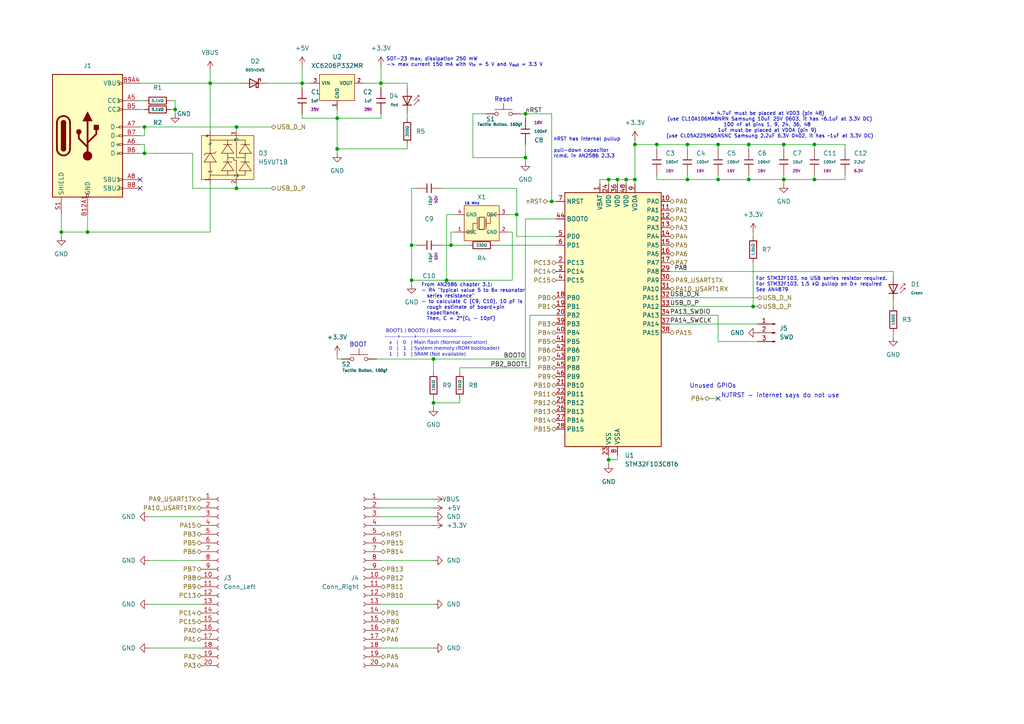
<source format=kicad_sch>
(kicad_sch
	(version 20250114)
	(generator "eeschema")
	(generator_version "9.0")
	(uuid "bca8bde7-1b71-423e-908f-8c2dd8a84df5")
	(paper "A4")
	(title_block
		(title "Pico STM32")
		(date "2025-09-05")
		(rev "1")
		(comment 1 "Copyright (c) 2025 Matthias Blankertz")
		(comment 2 "CC BY-SA 4.0")
	)
	
	(text "NJTRST - internet says do not use"
		(exclude_from_sim no)
		(at 226.314 114.808 0)
		(effects
			(font
				(size 1.27 1.27)
			)
		)
		(uuid "0de98a85-2cf7-4432-8650-a2f6ff1bb2bd")
	)
	(text "From AN2586 chapter 3.1:\n- R4 \"typical value 5 to 6x resonator\n  series resistance\"\n- to calculate C (C9, C10), 10 pF is\n  rough estimate of board+pin\n  capacitance.\n  Then, C = 2*(C_{L} - 10pF)"
		(exclude_from_sim no)
		(at 122.174 87.63 0)
		(effects
			(font
				(size 1.016 1.016)
			)
			(justify left)
			(href "https://www.st.com/resource/en/application_note/an2586-getting-started-with-stm32f10xxx-hardware-development-stmicroelectronics.pdf")
		)
		(uuid "176df50a-2bff-4e2c-ab47-bc8295068f50")
	)
	(text "nRST has internal pullup\n\npull-down capacitor\nrcmd. in AN2586 2.3.3"
		(exclude_from_sim no)
		(at 160.528 42.926 0)
		(effects
			(font
				(size 1.016 1.016)
			)
			(justify left)
		)
		(uuid "2be98501-37df-417a-ad86-6f0695c79dfa")
	)
	(text "Unused GPIOs"
		(exclude_from_sim no)
		(at 206.756 112.014 0)
		(effects
			(font
				(size 1.27 1.27)
			)
		)
		(uuid "51c5eb60-337e-43b4-95ae-026a33312373")
	)
	(text "SOT-23 max. dissipation 250 mW\n-> max current 150 mA with V_{in} = 5 V and V_{out} = 3.3 V"
		(exclude_from_sim no)
		(at 112.014 18.034 0)
		(effects
			(font
				(size 1.016 1.016)
			)
			(justify left)
		)
		(uuid "64608f3a-8257-4756-9539-456d0f847629")
	)
	(text "For STM32F103, no USB series resistor required.\nFor STM32F103, 1.5 kΩ pullop on D+ required\nSee AN4879"
		(exclude_from_sim no)
		(at 219.202 82.55 0)
		(effects
			(font
				(size 1.016 1.016)
			)
			(justify left)
			(href "https://www.st.com/resource/en/application_note/an4879-introduction-to-usb-hardware-and-pcb-guidelines-using-stm32-mcus-stmicroelectronics.pdf")
		)
		(uuid "923a1de2-3643-4080-9fb3-be3725fdf647")
	)
	(text "Reset"
		(exclude_from_sim no)
		(at 146.05 28.956 0)
		(effects
			(font
				(size 1.27 1.27)
			)
		)
		(uuid "9a0703c5-db31-4511-9301-5a1903bf4966")
	)
	(text " BOOT1 | BOOT0 | Boot mode\n-------+-------+-------------------------------\n   x   |   0   | Main flash (Normal operation) \n   0   |   1   | System memory (ROM bootloader)\n   1   |   1   | SRAM (Not available)    "
		(exclude_from_sim no)
		(at 111.506 99.822 0)
		(effects
			(font
				(face "Iosevka Fixed")
				(size 1.016 1.016)
			)
			(justify left)
		)
		(uuid "b229ff29-7b4e-4f5e-9307-6c0eb6b58f75")
	)
	(text "> 4.7uF must be placed at VDD3 (pin 48)\n  (use CL10A106MA8NRN Samsung 10uF 25V 0603, it has ~6.1uF at 3.3V DC)\n100 nF at pins 1, 9, 24, 36, 48\n1uF must be placed at VDDA (pin 9)\n  (use CL05A225MQ5NSNC Samsung 2.2uF 6.3V 0402, it has ~1uF at 3.3V DC)"
		(exclude_from_sim no)
		(at 222.504 36.322 0)
		(effects
			(font
				(size 1.016 1.016)
			)
		)
		(uuid "c7e8d18a-83ac-42b2-b506-7ba9b37b65f6")
	)
	(text "16 MHz"
		(exclude_from_sim no)
		(at 136.906 59.182 0)
		(effects
			(font
				(size 0.762 0.762)
			)
		)
		(uuid "d70d4257-6159-4ffa-9b12-2196703641cd")
	)
	(text "BOOT"
		(exclude_from_sim no)
		(at 103.886 100.076 0)
		(effects
			(font
				(size 1.27 1.27)
			)
		)
		(uuid "ff9fd2b2-9856-4537-9308-a463976340e4")
	)
	(junction
		(at 217.17 41.91)
		(diameter 0)
		(color 0 0 0 0)
		(uuid "065d8a08-0cc0-4d88-93a7-88b3b725b494")
	)
	(junction
		(at 50.8 31.75)
		(diameter 0)
		(color 0 0 0 0)
		(uuid "103c7078-b091-486c-9961-270d20c5fa4e")
	)
	(junction
		(at 119.38 71.12)
		(diameter 0)
		(color 0 0 0 0)
		(uuid "15413b07-760e-4612-bdb9-0c7dc4b805d0")
	)
	(junction
		(at 227.33 41.91)
		(diameter 0)
		(color 0 0 0 0)
		(uuid "1601b92f-71d9-4d86-992f-e61561130e14")
	)
	(junction
		(at 236.22 52.07)
		(diameter 0)
		(color 0 0 0 0)
		(uuid "19a2cf5b-9725-4a3c-8b9f-e3c7c652bc31")
	)
	(junction
		(at 119.38 81.28)
		(diameter 0)
		(color 0 0 0 0)
		(uuid "22183a79-352a-418e-9410-a081164910ab")
	)
	(junction
		(at 217.17 52.07)
		(diameter 0)
		(color 0 0 0 0)
		(uuid "2256fbd7-88da-4f86-8f52-e23ea7cebfa7")
	)
	(junction
		(at 176.53 133.35)
		(diameter 0)
		(color 0 0 0 0)
		(uuid "22ab1ee4-2596-4380-9289-7f99fefe9254")
	)
	(junction
		(at 97.79 43.18)
		(diameter 0)
		(color 0 0 0 0)
		(uuid "278f3007-587d-4cf7-9c18-84747c7ff29a")
	)
	(junction
		(at 152.4 33.02)
		(diameter 0)
		(color 0 0 0 0)
		(uuid "3168e21e-0f18-4020-9e1f-501e6a239c70")
	)
	(junction
		(at 130.81 71.12)
		(diameter 0)
		(color 0 0 0 0)
		(uuid "31dc9896-b36e-4eb4-8221-3d36e75247b5")
	)
	(junction
		(at 184.15 41.91)
		(diameter 0)
		(color 0 0 0 0)
		(uuid "33557d0c-5f70-4546-b478-094749793f07")
	)
	(junction
		(at 60.96 24.13)
		(diameter 0)
		(color 0 0 0 0)
		(uuid "39379791-c3bd-42da-9fb4-e87dd35b049b")
	)
	(junction
		(at 149.86 62.23)
		(diameter 0)
		(color 0 0 0 0)
		(uuid "3bd1067e-9fd9-4086-965a-3281a748804c")
	)
	(junction
		(at 68.58 54.61)
		(diameter 0)
		(color 0 0 0 0)
		(uuid "40f9cd4a-c934-47eb-b2ea-f151930eb46c")
	)
	(junction
		(at 199.39 41.91)
		(diameter 0)
		(color 0 0 0 0)
		(uuid "421724ed-ba9d-40d5-ba96-d9a8c55a9714")
	)
	(junction
		(at 110.49 24.13)
		(diameter 0)
		(color 0 0 0 0)
		(uuid "42ae7fa7-975c-4b9d-b61d-3b1757a0069f")
	)
	(junction
		(at 125.73 116.84)
		(diameter 0)
		(color 0 0 0 0)
		(uuid "4d000e9b-0676-4130-8f84-9d575bbaad57")
	)
	(junction
		(at 152.4 45.72)
		(diameter 0)
		(color 0 0 0 0)
		(uuid "4da4a30e-5776-45d6-b43b-2071cb6aaa48")
	)
	(junction
		(at 97.79 34.29)
		(diameter 0)
		(color 0 0 0 0)
		(uuid "620764c7-ce98-46b8-b03c-0dbce2e45af6")
	)
	(junction
		(at 181.61 52.07)
		(diameter 0)
		(color 0 0 0 0)
		(uuid "66aac186-b291-4fe5-abe7-3a005b31ce99")
	)
	(junction
		(at 208.28 41.91)
		(diameter 0)
		(color 0 0 0 0)
		(uuid "6725ce9c-ae8a-47d4-9e38-e905d0b3fd56")
	)
	(junction
		(at 87.63 24.13)
		(diameter 0)
		(color 0 0 0 0)
		(uuid "6e235f37-832b-40f5-a0bf-3837196270f2")
	)
	(junction
		(at 208.28 52.07)
		(diameter 0)
		(color 0 0 0 0)
		(uuid "77408af2-dee7-4b01-a160-e8b02254cd01")
	)
	(junction
		(at 199.39 52.07)
		(diameter 0)
		(color 0 0 0 0)
		(uuid "7970cdca-f962-4fae-a2b9-79985e96f473")
	)
	(junction
		(at 41.91 44.45)
		(diameter 0)
		(color 0 0 0 0)
		(uuid "8d4d15e1-4622-4cfe-b72c-4bf1da183c0d")
	)
	(junction
		(at 179.07 52.07)
		(diameter 0)
		(color 0 0 0 0)
		(uuid "8ef48f3c-8372-4c96-90cc-688723088ee1")
	)
	(junction
		(at 176.53 52.07)
		(diameter 0)
		(color 0 0 0 0)
		(uuid "a777e426-f8d4-4d8e-a435-9f441d9ef241")
	)
	(junction
		(at 41.91 36.83)
		(diameter 0)
		(color 0 0 0 0)
		(uuid "b5ab0001-2136-4ab1-bc5c-218a0e327219")
	)
	(junction
		(at 129.54 81.28)
		(diameter 0)
		(color 0 0 0 0)
		(uuid "b9cee908-3d90-4d61-9acc-17cc3c752272")
	)
	(junction
		(at 190.5 41.91)
		(diameter 0)
		(color 0 0 0 0)
		(uuid "ba64f704-a023-4e84-b7c2-d42a5b748be0")
	)
	(junction
		(at 25.4 67.31)
		(diameter 0)
		(color 0 0 0 0)
		(uuid "bc3242d1-e7aa-4dd2-a8ea-7dc68ca5402d")
	)
	(junction
		(at 227.33 52.07)
		(diameter 0)
		(color 0 0 0 0)
		(uuid "c4958850-2520-437e-aee3-6ff0c9affc38")
	)
	(junction
		(at 184.15 52.07)
		(diameter 0)
		(color 0 0 0 0)
		(uuid "c899ae2f-4d41-4937-83b2-60035a1b6714")
	)
	(junction
		(at 160.02 58.42)
		(diameter 0)
		(color 0 0 0 0)
		(uuid "ce09b2cc-16c1-40c5-909f-6d31a698132c")
	)
	(junction
		(at 218.44 88.9)
		(diameter 0)
		(color 0 0 0 0)
		(uuid "d030c756-8d9e-47a4-b01d-db1461876246")
	)
	(junction
		(at 125.73 104.14)
		(diameter 0)
		(color 0 0 0 0)
		(uuid "dd713638-8330-4d4e-9166-53531f6c61f5")
	)
	(junction
		(at 17.78 67.31)
		(diameter 0)
		(color 0 0 0 0)
		(uuid "e7fa8d3e-ffba-42d6-be8b-be07b35b23f8")
	)
	(junction
		(at 236.22 41.91)
		(diameter 0)
		(color 0 0 0 0)
		(uuid "f3a73adf-cd0b-42b8-83a3-441222f4b673")
	)
	(junction
		(at 68.58 36.83)
		(diameter 0)
		(color 0 0 0 0)
		(uuid "ffcf2942-a867-4fb0-9195-2750b27e5bee")
	)
	(no_connect
		(at 208.28 115.57)
		(uuid "2fd8e26c-4b23-4d9a-af38-2827c630dbcc")
	)
	(no_connect
		(at 40.64 54.61)
		(uuid "61e97ce0-595b-4816-b242-ef03e6c1d88d")
	)
	(no_connect
		(at 40.64 52.07)
		(uuid "e26ebe01-87ae-47ba-b97c-8ecb0eacd3b8")
	)
	(wire
		(pts
			(xy 236.22 41.91) (xy 245.11 41.91)
		)
		(stroke
			(width 0)
			(type default)
		)
		(uuid "0097b037-4430-45fb-946c-85f1fccc3d5c")
	)
	(wire
		(pts
			(xy 55.88 44.45) (xy 55.88 54.61)
		)
		(stroke
			(width 0)
			(type default)
		)
		(uuid "025f99fc-5cfb-481d-af4b-03cd703bb5eb")
	)
	(wire
		(pts
			(xy 227.33 52.07) (xy 227.33 53.34)
		)
		(stroke
			(width 0)
			(type default)
		)
		(uuid "0335a1b6-4505-4c65-aec4-b4419a7c90df")
	)
	(wire
		(pts
			(xy 190.5 52.07) (xy 199.39 52.07)
		)
		(stroke
			(width 0)
			(type default)
		)
		(uuid "03b490e4-dd04-4143-a932-6702d34fa076")
	)
	(wire
		(pts
			(xy 227.33 52.07) (xy 227.33 50.8)
		)
		(stroke
			(width 0)
			(type default)
		)
		(uuid "04d76157-c9e0-4f02-8ce2-0e6d5c6f2f8f")
	)
	(wire
		(pts
			(xy 105.41 24.13) (xy 110.49 24.13)
		)
		(stroke
			(width 0)
			(type default)
		)
		(uuid "0515086f-5e22-49a5-8cf4-bf8e1000405c")
	)
	(wire
		(pts
			(xy 217.17 41.91) (xy 227.33 41.91)
		)
		(stroke
			(width 0)
			(type default)
		)
		(uuid "054c11d5-3d3c-4a03-aecc-6f4cf8aaead7")
	)
	(wire
		(pts
			(xy 194.31 78.74) (xy 259.08 78.74)
		)
		(stroke
			(width 0)
			(type default)
		)
		(uuid "05f6f24a-51ab-41ca-bc04-584b4caf4f30")
	)
	(wire
		(pts
			(xy 87.63 33.02) (xy 87.63 34.29)
		)
		(stroke
			(width 0)
			(type default)
		)
		(uuid "070387b7-ff1c-4274-a63e-8e3660f735e1")
	)
	(wire
		(pts
			(xy 49.53 31.75) (xy 50.8 31.75)
		)
		(stroke
			(width 0)
			(type default)
		)
		(uuid "080f2a0c-6364-4bc3-9dbe-a067f2dfae67")
	)
	(wire
		(pts
			(xy 87.63 34.29) (xy 97.79 34.29)
		)
		(stroke
			(width 0)
			(type default)
		)
		(uuid "0916beaf-0094-4039-ab6a-f282d0a67c2e")
	)
	(wire
		(pts
			(xy 97.79 34.29) (xy 97.79 31.75)
		)
		(stroke
			(width 0)
			(type default)
		)
		(uuid "09549a0d-a9e2-4c94-82cd-ab6ed0a441ae")
	)
	(wire
		(pts
			(xy 217.17 52.07) (xy 227.33 52.07)
		)
		(stroke
			(width 0)
			(type default)
		)
		(uuid "0959e677-dfa9-4599-8694-5c5972fb2803")
	)
	(wire
		(pts
			(xy 119.38 81.28) (xy 129.54 81.28)
		)
		(stroke
			(width 0)
			(type default)
		)
		(uuid "0a416143-23ac-4545-8eef-ae880ecaf102")
	)
	(wire
		(pts
			(xy 130.81 67.31) (xy 130.81 71.12)
		)
		(stroke
			(width 0)
			(type default)
		)
		(uuid "0bbe351f-858d-4703-9800-dfa250a21279")
	)
	(wire
		(pts
			(xy 194.31 86.36) (xy 219.71 86.36)
		)
		(stroke
			(width 0)
			(type default)
		)
		(uuid "0c716ca3-2f56-4720-b4fb-38ed53141421")
	)
	(wire
		(pts
			(xy 97.79 43.18) (xy 97.79 34.29)
		)
		(stroke
			(width 0)
			(type default)
		)
		(uuid "0cdcc3b5-5cfc-40c8-b33b-6a9e6ad566f3")
	)
	(wire
		(pts
			(xy 184.15 41.91) (xy 184.15 52.07)
		)
		(stroke
			(width 0)
			(type default)
		)
		(uuid "0dc1b9f6-fd19-4414-bbc7-a91b4ad0c94b")
	)
	(wire
		(pts
			(xy 176.53 133.35) (xy 179.07 133.35)
		)
		(stroke
			(width 0)
			(type default)
		)
		(uuid "1130cc5e-8c8f-4bba-8f88-734b69ea4242")
	)
	(wire
		(pts
			(xy 40.64 36.83) (xy 41.91 36.83)
		)
		(stroke
			(width 0)
			(type default)
		)
		(uuid "12413652-0b9f-4790-a2a4-29086e8028a6")
	)
	(wire
		(pts
			(xy 118.11 41.91) (xy 118.11 43.18)
		)
		(stroke
			(width 0)
			(type default)
		)
		(uuid "12b2db09-979e-410f-a443-098cc835e58e")
	)
	(wire
		(pts
			(xy 199.39 41.91) (xy 199.39 43.18)
		)
		(stroke
			(width 0)
			(type default)
		)
		(uuid "13c4b3f7-53e7-4d41-bcbc-cab04e3563b1")
	)
	(wire
		(pts
			(xy 60.96 67.31) (xy 25.4 67.31)
		)
		(stroke
			(width 0)
			(type default)
		)
		(uuid "13d5e1bd-9636-4940-a436-cc09648f2a7d")
	)
	(wire
		(pts
			(xy 137.16 45.72) (xy 152.4 45.72)
		)
		(stroke
			(width 0)
			(type default)
		)
		(uuid "1485b676-0e0c-413a-b79b-55a6f95007e4")
	)
	(wire
		(pts
			(xy 208.28 50.8) (xy 208.28 52.07)
		)
		(stroke
			(width 0)
			(type default)
		)
		(uuid "182e5232-0c66-4c2a-b93d-96a3c0e83063")
	)
	(wire
		(pts
			(xy 49.53 29.21) (xy 50.8 29.21)
		)
		(stroke
			(width 0)
			(type default)
		)
		(uuid "1b92e1a4-a62e-4999-bf30-81ac6f03a045")
	)
	(wire
		(pts
			(xy 68.58 53.34) (xy 68.58 54.61)
		)
		(stroke
			(width 0)
			(type default)
		)
		(uuid "1c618875-916e-4473-b51f-fbc7fb6be22e")
	)
	(wire
		(pts
			(xy 184.15 41.91) (xy 190.5 41.91)
		)
		(stroke
			(width 0)
			(type default)
		)
		(uuid "1d39a21f-7fb8-40b4-a13a-05bc329a7dfe")
	)
	(wire
		(pts
			(xy 110.49 19.05) (xy 110.49 24.13)
		)
		(stroke
			(width 0)
			(type default)
		)
		(uuid "1e84ca28-2ec2-4e4e-82ca-93dce779b195")
	)
	(wire
		(pts
			(xy 17.78 62.23) (xy 17.78 67.31)
		)
		(stroke
			(width 0)
			(type default)
		)
		(uuid "1f7b27e2-730c-4e88-b93d-8646c59b1bf4")
	)
	(wire
		(pts
			(xy 43.18 149.86) (xy 58.42 149.86)
		)
		(stroke
			(width 0)
			(type default)
		)
		(uuid "212f67e9-6148-4350-97ab-ac8bf9b0c148")
	)
	(wire
		(pts
			(xy 190.5 41.91) (xy 199.39 41.91)
		)
		(stroke
			(width 0)
			(type default)
		)
		(uuid "21ff2cbd-ece2-4314-af13-f0b02aefb6b3")
	)
	(wire
		(pts
			(xy 199.39 50.8) (xy 199.39 52.07)
		)
		(stroke
			(width 0)
			(type default)
		)
		(uuid "223195bf-982a-47bf-b7a1-05cafeb5433d")
	)
	(wire
		(pts
			(xy 133.35 106.68) (xy 153.67 106.68)
		)
		(stroke
			(width 0)
			(type default)
		)
		(uuid "22ab9b3b-841b-4efa-94a1-7cc12a197139")
	)
	(wire
		(pts
			(xy 208.28 91.44) (xy 208.28 99.06)
		)
		(stroke
			(width 0)
			(type default)
		)
		(uuid "258b7637-24cf-44b1-944f-558602ab9940")
	)
	(wire
		(pts
			(xy 120.65 54.61) (xy 119.38 54.61)
		)
		(stroke
			(width 0)
			(type default)
		)
		(uuid "2940b18d-0e4b-44f8-a084-c9f4a533d28b")
	)
	(wire
		(pts
			(xy 99.06 104.14) (xy 97.79 104.14)
		)
		(stroke
			(width 0)
			(type default)
		)
		(uuid "2ad7f5fa-f052-4783-8af1-1e0702cf3713")
	)
	(wire
		(pts
			(xy 194.31 91.44) (xy 208.28 91.44)
		)
		(stroke
			(width 0)
			(type default)
		)
		(uuid "2c503e6f-8d32-46eb-ab74-8d2fc071f6a6")
	)
	(wire
		(pts
			(xy 41.91 36.83) (xy 68.58 36.83)
		)
		(stroke
			(width 0)
			(type default)
		)
		(uuid "2cabf226-415f-4a5f-911f-fc9459423348")
	)
	(wire
		(pts
			(xy 40.64 29.21) (xy 41.91 29.21)
		)
		(stroke
			(width 0)
			(type default)
		)
		(uuid "2ec23ed1-7b31-4876-9b3e-68d82f31f9a1")
	)
	(wire
		(pts
			(xy 218.44 88.9) (xy 219.71 88.9)
		)
		(stroke
			(width 0)
			(type default)
		)
		(uuid "30ec33a5-b646-405b-978c-70c5609ceeb1")
	)
	(wire
		(pts
			(xy 40.64 24.13) (xy 60.96 24.13)
		)
		(stroke
			(width 0)
			(type default)
		)
		(uuid "3187461c-d0a8-464d-98eb-213fcea72b62")
	)
	(wire
		(pts
			(xy 205.74 115.57) (xy 208.28 115.57)
		)
		(stroke
			(width 0)
			(type default)
		)
		(uuid "32236a9c-30d4-42a8-8fa6-3ef673c95b64")
	)
	(wire
		(pts
			(xy 119.38 82.55) (xy 119.38 81.28)
		)
		(stroke
			(width 0)
			(type default)
		)
		(uuid "3455cfc2-b98b-4e08-93da-14d84a0d30da")
	)
	(wire
		(pts
			(xy 176.53 133.35) (xy 176.53 134.62)
		)
		(stroke
			(width 0)
			(type default)
		)
		(uuid "345ad477-02fa-4d31-9efe-bcc6f2559e7c")
	)
	(wire
		(pts
			(xy 217.17 50.8) (xy 217.17 52.07)
		)
		(stroke
			(width 0)
			(type default)
		)
		(uuid "348ba0ac-8c92-4d0a-acb7-ec44b778b247")
	)
	(wire
		(pts
			(xy 259.08 96.52) (xy 259.08 97.79)
		)
		(stroke
			(width 0)
			(type default)
		)
		(uuid "371470ff-1404-48bd-9243-660b7f58cbe8")
	)
	(wire
		(pts
			(xy 125.73 144.78) (xy 110.49 144.78)
		)
		(stroke
			(width 0)
			(type default)
		)
		(uuid "385beb60-4fe4-4cd3-948b-867d317a9935")
	)
	(wire
		(pts
			(xy 118.11 33.02) (xy 118.11 34.29)
		)
		(stroke
			(width 0)
			(type default)
		)
		(uuid "39eca7aa-cad0-483b-8aad-e6c66b062b4f")
	)
	(wire
		(pts
			(xy 184.15 52.07) (xy 184.15 53.34)
		)
		(stroke
			(width 0)
			(type default)
		)
		(uuid "3be7f800-4021-4a45-a761-a596f8f144aa")
	)
	(wire
		(pts
			(xy 137.16 33.02) (xy 137.16 45.72)
		)
		(stroke
			(width 0)
			(type default)
		)
		(uuid "3de252f7-6b56-4ebc-aad3-e6be5abb2a4c")
	)
	(wire
		(pts
			(xy 259.08 87.63) (xy 259.08 88.9)
		)
		(stroke
			(width 0)
			(type default)
		)
		(uuid "3f809cb4-0527-489a-9dac-70c3ca52fa9a")
	)
	(wire
		(pts
			(xy 25.4 67.31) (xy 25.4 62.23)
		)
		(stroke
			(width 0)
			(type default)
		)
		(uuid "40f8939b-0785-4ada-a543-c82c5669a1b1")
	)
	(wire
		(pts
			(xy 125.73 104.14) (xy 152.4 104.14)
		)
		(stroke
			(width 0)
			(type default)
		)
		(uuid "434f09b7-54f7-441e-8876-c781ee887611")
	)
	(wire
		(pts
			(xy 161.29 63.5) (xy 152.4 63.5)
		)
		(stroke
			(width 0)
			(type default)
		)
		(uuid "476d73e8-0433-4fa3-a3da-b352adea2c0d")
	)
	(wire
		(pts
			(xy 227.33 52.07) (xy 236.22 52.07)
		)
		(stroke
			(width 0)
			(type default)
		)
		(uuid "49a21735-870a-4e5f-85a5-bb8c80248446")
	)
	(wire
		(pts
			(xy 110.49 24.13) (xy 118.11 24.13)
		)
		(stroke
			(width 0)
			(type default)
		)
		(uuid "4b88a0dd-f525-4260-a933-daf8008f26a4")
	)
	(wire
		(pts
			(xy 125.73 104.14) (xy 125.73 107.95)
		)
		(stroke
			(width 0)
			(type default)
		)
		(uuid "4d00e364-1bd6-4eb7-9eae-4dffd132e4ef")
	)
	(wire
		(pts
			(xy 110.49 34.29) (xy 97.79 34.29)
		)
		(stroke
			(width 0)
			(type default)
		)
		(uuid "51cf0bf4-f4e0-4c33-b39d-a40ffee22c2d")
	)
	(wire
		(pts
			(xy 147.32 62.23) (xy 149.86 62.23)
		)
		(stroke
			(width 0)
			(type default)
		)
		(uuid "55ec3e1f-eaf9-48d7-984d-4fbcc3489f73")
	)
	(wire
		(pts
			(xy 152.4 45.72) (xy 152.4 46.99)
		)
		(stroke
			(width 0)
			(type default)
		)
		(uuid "561341c9-7865-49c8-8d30-fc98cb04c021")
	)
	(wire
		(pts
			(xy 119.38 81.28) (xy 119.38 71.12)
		)
		(stroke
			(width 0)
			(type default)
		)
		(uuid "56ced05a-af91-4822-a88e-1fd969b3db06")
	)
	(wire
		(pts
			(xy 128.27 71.12) (xy 130.81 71.12)
		)
		(stroke
			(width 0)
			(type default)
		)
		(uuid "5926bfd7-bb33-4c3f-b86a-0d6a379dfaf6")
	)
	(wire
		(pts
			(xy 208.28 41.91) (xy 199.39 41.91)
		)
		(stroke
			(width 0)
			(type default)
		)
		(uuid "593e1593-5ba3-4e65-aed3-72d4ab1e5b71")
	)
	(wire
		(pts
			(xy 125.73 149.86) (xy 110.49 149.86)
		)
		(stroke
			(width 0)
			(type default)
		)
		(uuid "593e2651-fdab-40bc-a01e-0ce3da57d4f5")
	)
	(wire
		(pts
			(xy 68.58 36.83) (xy 78.74 36.83)
		)
		(stroke
			(width 0)
			(type default)
		)
		(uuid "5b97d234-e498-4d8b-80c5-25087c37c863")
	)
	(wire
		(pts
			(xy 60.96 20.32) (xy 60.96 24.13)
		)
		(stroke
			(width 0)
			(type default)
		)
		(uuid "5f5bc9cd-f563-4fad-be54-78bdab75c228")
	)
	(wire
		(pts
			(xy 227.33 41.91) (xy 236.22 41.91)
		)
		(stroke
			(width 0)
			(type default)
		)
		(uuid "6083a791-9ce7-4fd8-816c-837580603d6b")
	)
	(wire
		(pts
			(xy 179.07 52.07) (xy 179.07 53.34)
		)
		(stroke
			(width 0)
			(type default)
		)
		(uuid "60847e99-495e-4112-880b-f814aee5838f")
	)
	(wire
		(pts
			(xy 125.73 187.96) (xy 110.49 187.96)
		)
		(stroke
			(width 0)
			(type default)
		)
		(uuid "60ec02ad-8b01-40dd-bd3c-76b4f7e4c1d4")
	)
	(wire
		(pts
			(xy 110.49 33.02) (xy 110.49 34.29)
		)
		(stroke
			(width 0)
			(type default)
		)
		(uuid "625a30e7-9564-47a8-8c9f-7208fbb65b67")
	)
	(wire
		(pts
			(xy 190.5 41.91) (xy 190.5 43.18)
		)
		(stroke
			(width 0)
			(type default)
		)
		(uuid "62cf9b78-46d6-488c-ae7a-113b09b3d341")
	)
	(wire
		(pts
			(xy 40.64 41.91) (xy 41.91 41.91)
		)
		(stroke
			(width 0)
			(type default)
		)
		(uuid "643bbc9e-2b05-4175-8968-57a98c401ed5")
	)
	(wire
		(pts
			(xy 125.73 162.56) (xy 110.49 162.56)
		)
		(stroke
			(width 0)
			(type default)
		)
		(uuid "6449dbc7-12a0-4677-984d-6f0b63ee6f63")
	)
	(wire
		(pts
			(xy 179.07 52.07) (xy 181.61 52.07)
		)
		(stroke
			(width 0)
			(type default)
		)
		(uuid "6476b196-d7e0-4527-8a59-ede3b00abf97")
	)
	(wire
		(pts
			(xy 176.53 52.07) (xy 179.07 52.07)
		)
		(stroke
			(width 0)
			(type default)
		)
		(uuid "68a14b13-3827-47ec-99e2-c6962b022a67")
	)
	(wire
		(pts
			(xy 236.22 52.07) (xy 245.11 52.07)
		)
		(stroke
			(width 0)
			(type default)
		)
		(uuid "6c658b45-4020-4105-963e-b3676651ba6d")
	)
	(wire
		(pts
			(xy 218.44 67.31) (xy 218.44 68.58)
		)
		(stroke
			(width 0)
			(type default)
		)
		(uuid "6f456bcd-5d4d-471d-8e13-4ead500dc0d5")
	)
	(wire
		(pts
			(xy 97.79 43.18) (xy 118.11 43.18)
		)
		(stroke
			(width 0)
			(type default)
		)
		(uuid "7153e7cc-5019-49ad-bc6c-786064a3c419")
	)
	(wire
		(pts
			(xy 125.73 115.57) (xy 125.73 116.84)
		)
		(stroke
			(width 0)
			(type default)
		)
		(uuid "71e95f9f-6ec9-4d5a-876a-9f73ed21d449")
	)
	(wire
		(pts
			(xy 129.54 81.28) (xy 148.59 81.28)
		)
		(stroke
			(width 0)
			(type default)
		)
		(uuid "73e47769-26b0-4b08-8758-a472b76152f9")
	)
	(wire
		(pts
			(xy 236.22 41.91) (xy 236.22 43.18)
		)
		(stroke
			(width 0)
			(type default)
		)
		(uuid "794ab667-c11b-4dfa-a362-8da8bdbce002")
	)
	(wire
		(pts
			(xy 153.67 106.68) (xy 153.67 91.44)
		)
		(stroke
			(width 0)
			(type default)
		)
		(uuid "797d097b-2be1-4e96-b46c-39ed5cbd89be")
	)
	(wire
		(pts
			(xy 158.75 58.42) (xy 160.02 58.42)
		)
		(stroke
			(width 0)
			(type default)
		)
		(uuid "7a0c1037-10fe-4d94-80a9-a067a8220228")
	)
	(wire
		(pts
			(xy 179.07 133.35) (xy 179.07 132.08)
		)
		(stroke
			(width 0)
			(type default)
		)
		(uuid "7a45c7c6-fe16-4faf-b666-de1a35a6741c")
	)
	(wire
		(pts
			(xy 208.28 41.91) (xy 208.28 43.18)
		)
		(stroke
			(width 0)
			(type default)
		)
		(uuid "7c22b9eb-d6e1-429e-ad7e-66f60c5a577c")
	)
	(wire
		(pts
			(xy 41.91 36.83) (xy 41.91 39.37)
		)
		(stroke
			(width 0)
			(type default)
		)
		(uuid "7c9eec9e-c747-4d50-8381-d15948de8d34")
	)
	(wire
		(pts
			(xy 152.4 63.5) (xy 152.4 104.14)
		)
		(stroke
			(width 0)
			(type default)
		)
		(uuid "81d8f5c0-f239-4e87-82db-54a04d48fd56")
	)
	(wire
		(pts
			(xy 87.63 24.13) (xy 87.63 25.4)
		)
		(stroke
			(width 0)
			(type default)
		)
		(uuid "88784411-f0ff-47fc-8395-fc5b74e6deca")
	)
	(wire
		(pts
			(xy 148.59 67.31) (xy 148.59 81.28)
		)
		(stroke
			(width 0)
			(type default)
		)
		(uuid "88ec6734-e02f-4e96-8eef-7909f2a95585")
	)
	(wire
		(pts
			(xy 118.11 24.13) (xy 118.11 25.4)
		)
		(stroke
			(width 0)
			(type default)
		)
		(uuid "893c3585-5003-4114-8a25-bee4a3a97b8a")
	)
	(wire
		(pts
			(xy 120.65 71.12) (xy 119.38 71.12)
		)
		(stroke
			(width 0)
			(type default)
		)
		(uuid "89425256-6e23-45aa-861d-09d30ab10d1a")
	)
	(wire
		(pts
			(xy 50.8 31.75) (xy 50.8 33.02)
		)
		(stroke
			(width 0)
			(type default)
		)
		(uuid "8ac1172b-49cf-4729-82d7-4c44a1317776")
	)
	(wire
		(pts
			(xy 176.53 52.07) (xy 176.53 53.34)
		)
		(stroke
			(width 0)
			(type default)
		)
		(uuid "8b61a8ee-9183-4762-a892-38f93772fb54")
	)
	(wire
		(pts
			(xy 173.99 52.07) (xy 176.53 52.07)
		)
		(stroke
			(width 0)
			(type default)
		)
		(uuid "8cd46e7a-1013-439f-bf84-de2ebe9b4d59")
	)
	(wire
		(pts
			(xy 68.58 36.83) (xy 68.58 38.1)
		)
		(stroke
			(width 0)
			(type default)
		)
		(uuid "8eec735f-fd3f-4c75-a448-09687b31c790")
	)
	(wire
		(pts
			(xy 194.31 88.9) (xy 218.44 88.9)
		)
		(stroke
			(width 0)
			(type default)
		)
		(uuid "8f783960-9575-487d-b5df-a8b4e4c07913")
	)
	(wire
		(pts
			(xy 50.8 29.21) (xy 50.8 31.75)
		)
		(stroke
			(width 0)
			(type default)
		)
		(uuid "8f8fd213-4471-4323-b070-8d637ffd645e")
	)
	(wire
		(pts
			(xy 77.47 24.13) (xy 87.63 24.13)
		)
		(stroke
			(width 0)
			(type default)
		)
		(uuid "91c8da10-ccea-456b-ac64-1f17854e80c6")
	)
	(wire
		(pts
			(xy 125.73 116.84) (xy 125.73 118.11)
		)
		(stroke
			(width 0)
			(type default)
		)
		(uuid "91e6f490-4c2c-40fa-bb65-7b33ff67c893")
	)
	(wire
		(pts
			(xy 128.27 54.61) (xy 149.86 54.61)
		)
		(stroke
			(width 0)
			(type default)
		)
		(uuid "9610f41a-174e-4b23-a50b-78ec3609df28")
	)
	(wire
		(pts
			(xy 190.5 50.8) (xy 190.5 52.07)
		)
		(stroke
			(width 0)
			(type default)
		)
		(uuid "9a03175a-7f65-4cd6-a3d7-9ac4bd3ef52a")
	)
	(wire
		(pts
			(xy 132.08 62.23) (xy 129.54 62.23)
		)
		(stroke
			(width 0)
			(type default)
		)
		(uuid "9e301703-c39c-4c36-926f-9978f197300b")
	)
	(wire
		(pts
			(xy 60.96 24.13) (xy 60.96 38.1)
		)
		(stroke
			(width 0)
			(type default)
		)
		(uuid "9ece7b7b-3ce5-4614-8889-d228f80a72de")
	)
	(wire
		(pts
			(xy 184.15 40.64) (xy 184.15 41.91)
		)
		(stroke
			(width 0)
			(type default)
		)
		(uuid "9f94deb8-f3e5-4fd5-bcb6-627f38bb2e8a")
	)
	(wire
		(pts
			(xy 110.49 152.4) (xy 125.73 152.4)
		)
		(stroke
			(width 0)
			(type default)
		)
		(uuid "a1ff2e65-29cd-4bff-8467-8448f3a52a47")
	)
	(wire
		(pts
			(xy 153.67 91.44) (xy 161.29 91.44)
		)
		(stroke
			(width 0)
			(type default)
		)
		(uuid "a4fe3b2a-2c94-41af-8961-bc61c6befa8b")
	)
	(wire
		(pts
			(xy 245.11 41.91) (xy 245.11 43.18)
		)
		(stroke
			(width 0)
			(type default)
		)
		(uuid "a53ff22a-13d9-4ec1-9ac8-0f70cb53e0ef")
	)
	(wire
		(pts
			(xy 125.73 147.32) (xy 110.49 147.32)
		)
		(stroke
			(width 0)
			(type default)
		)
		(uuid "a6e5fe24-7338-4132-ab2e-e15765defd5a")
	)
	(wire
		(pts
			(xy 218.44 76.2) (xy 218.44 88.9)
		)
		(stroke
			(width 0)
			(type default)
		)
		(uuid "a832cf45-ef5d-4e25-a7df-75b2dd1aa2cc")
	)
	(wire
		(pts
			(xy 119.38 71.12) (xy 119.38 54.61)
		)
		(stroke
			(width 0)
			(type default)
		)
		(uuid "a92bc40f-0094-4c69-899a-49a6dae6b7ae")
	)
	(wire
		(pts
			(xy 17.78 67.31) (xy 17.78 68.58)
		)
		(stroke
			(width 0)
			(type default)
		)
		(uuid "aa408401-686e-4243-92a8-8ca2f34ad7eb")
	)
	(wire
		(pts
			(xy 149.86 62.23) (xy 149.86 54.61)
		)
		(stroke
			(width 0)
			(type default)
		)
		(uuid "aad93ab5-c463-4c2b-ba4c-75c4d8ecbae9")
	)
	(wire
		(pts
			(xy 43.18 162.56) (xy 58.42 162.56)
		)
		(stroke
			(width 0)
			(type default)
		)
		(uuid "ac809e06-9f7e-4404-ac2f-24c6f4e46ed7")
	)
	(wire
		(pts
			(xy 208.28 52.07) (xy 217.17 52.07)
		)
		(stroke
			(width 0)
			(type default)
		)
		(uuid "b28a9049-19e9-4276-824a-2c282c5a92db")
	)
	(wire
		(pts
			(xy 199.39 52.07) (xy 208.28 52.07)
		)
		(stroke
			(width 0)
			(type default)
		)
		(uuid "b4392472-d169-41d6-bce0-df269c3cba02")
	)
	(wire
		(pts
			(xy 87.63 19.05) (xy 87.63 24.13)
		)
		(stroke
			(width 0)
			(type default)
		)
		(uuid "b4b17d82-abed-43a0-b91b-ac4a5ab9120a")
	)
	(wire
		(pts
			(xy 109.22 104.14) (xy 125.73 104.14)
		)
		(stroke
			(width 0)
			(type default)
		)
		(uuid "b53c2633-43a0-4d31-b497-3305b05e9b37")
	)
	(wire
		(pts
			(xy 147.32 67.31) (xy 148.59 67.31)
		)
		(stroke
			(width 0)
			(type default)
		)
		(uuid "b84f4aad-639d-4cd9-9484-9add37f0da39")
	)
	(wire
		(pts
			(xy 227.33 43.18) (xy 227.33 41.91)
		)
		(stroke
			(width 0)
			(type default)
		)
		(uuid "b8e813b3-9a73-4495-a4f5-7d912f53d029")
	)
	(wire
		(pts
			(xy 97.79 44.45) (xy 97.79 43.18)
		)
		(stroke
			(width 0)
			(type default)
		)
		(uuid "b911981b-d832-4ba3-870a-6bbb71fd1e81")
	)
	(wire
		(pts
			(xy 17.78 67.31) (xy 25.4 67.31)
		)
		(stroke
			(width 0)
			(type default)
		)
		(uuid "bbcde3bb-2163-496b-90f4-7391bebea132")
	)
	(wire
		(pts
			(xy 149.86 68.58) (xy 149.86 62.23)
		)
		(stroke
			(width 0)
			(type default)
		)
		(uuid "bcdc975d-2a05-474b-9281-d30664d6a32a")
	)
	(wire
		(pts
			(xy 55.88 54.61) (xy 68.58 54.61)
		)
		(stroke
			(width 0)
			(type default)
		)
		(uuid "bda5570b-be94-4dfd-ab66-ab9d7e222b0d")
	)
	(wire
		(pts
			(xy 160.02 58.42) (xy 161.29 58.42)
		)
		(stroke
			(width 0)
			(type default)
		)
		(uuid "bdfb4fd2-5aed-4995-b426-0ef558ae73d7")
	)
	(wire
		(pts
			(xy 236.22 52.07) (xy 236.22 50.8)
		)
		(stroke
			(width 0)
			(type default)
		)
		(uuid "c08427e8-30af-47ba-8bfa-50669b208c8d")
	)
	(wire
		(pts
			(xy 259.08 78.74) (xy 259.08 80.01)
		)
		(stroke
			(width 0)
			(type default)
		)
		(uuid "c261f353-d894-411c-8c3c-87aee846fcfe")
	)
	(wire
		(pts
			(xy 125.73 175.26) (xy 110.49 175.26)
		)
		(stroke
			(width 0)
			(type default)
		)
		(uuid "c3a628f3-16ca-4308-9705-79b7f122d855")
	)
	(wire
		(pts
			(xy 217.17 41.91) (xy 217.17 43.18)
		)
		(stroke
			(width 0)
			(type default)
		)
		(uuid "c4ae7d83-7d30-4083-badd-d0aa6cef50df")
	)
	(wire
		(pts
			(xy 151.13 33.02) (xy 152.4 33.02)
		)
		(stroke
			(width 0)
			(type default)
		)
		(uuid "c5009c3c-a5bc-4411-82d6-14426e890a48")
	)
	(wire
		(pts
			(xy 245.11 52.07) (xy 245.11 50.8)
		)
		(stroke
			(width 0)
			(type default)
		)
		(uuid "cad572a1-cb74-4f77-b9c0-03354eb3dffe")
	)
	(wire
		(pts
			(xy 41.91 44.45) (xy 55.88 44.45)
		)
		(stroke
			(width 0)
			(type default)
		)
		(uuid "cbc13e4c-fcbf-40b2-b1a8-e3714e13d23d")
	)
	(wire
		(pts
			(xy 132.08 67.31) (xy 130.81 67.31)
		)
		(stroke
			(width 0)
			(type default)
		)
		(uuid "ccecd900-073f-4773-a29b-1b61d488bf7c")
	)
	(wire
		(pts
			(xy 194.31 93.98) (xy 219.71 93.98)
		)
		(stroke
			(width 0)
			(type default)
		)
		(uuid "ccf5e18a-82a2-456d-9450-1445b5b6b262")
	)
	(wire
		(pts
			(xy 41.91 44.45) (xy 40.64 44.45)
		)
		(stroke
			(width 0)
			(type default)
		)
		(uuid "cd63c8ec-6db2-4644-bdfb-262952751cbe")
	)
	(wire
		(pts
			(xy 160.02 58.42) (xy 160.02 33.02)
		)
		(stroke
			(width 0)
			(type default)
		)
		(uuid "cd83e5ad-f279-4ebb-a104-8229f2dbaba2")
	)
	(wire
		(pts
			(xy 129.54 62.23) (xy 129.54 81.28)
		)
		(stroke
			(width 0)
			(type default)
		)
		(uuid "ce687da7-98af-4c59-ad7d-9c69fad581f8")
	)
	(wire
		(pts
			(xy 152.4 33.02) (xy 152.4 34.29)
		)
		(stroke
			(width 0)
			(type default)
		)
		(uuid "d0700500-0ac5-416c-9910-6c382a25a5aa")
	)
	(wire
		(pts
			(xy 41.91 41.91) (xy 41.91 44.45)
		)
		(stroke
			(width 0)
			(type default)
		)
		(uuid "d243768d-fd8b-47cd-9c66-8b796ecc7af4")
	)
	(wire
		(pts
			(xy 133.35 116.84) (xy 125.73 116.84)
		)
		(stroke
			(width 0)
			(type default)
		)
		(uuid "d31b2331-be5d-4da2-98d5-9e1c7e6015e7")
	)
	(wire
		(pts
			(xy 152.4 41.91) (xy 152.4 45.72)
		)
		(stroke
			(width 0)
			(type default)
		)
		(uuid "d58a7961-c19e-4d6b-93e4-51d15cb2f897")
	)
	(wire
		(pts
			(xy 68.58 54.61) (xy 78.74 54.61)
		)
		(stroke
			(width 0)
			(type default)
		)
		(uuid "da0e1a54-9a5d-41ea-88d2-a8022bfbf05b")
	)
	(wire
		(pts
			(xy 133.35 106.68) (xy 133.35 107.95)
		)
		(stroke
			(width 0)
			(type default)
		)
		(uuid "db6a39b2-ab4b-4fbb-b18f-9ff823f672ee")
	)
	(wire
		(pts
			(xy 217.17 41.91) (xy 208.28 41.91)
		)
		(stroke
			(width 0)
			(type default)
		)
		(uuid "dc4c8322-4e08-4699-930d-aefe289960a9")
	)
	(wire
		(pts
			(xy 181.61 52.07) (xy 181.61 53.34)
		)
		(stroke
			(width 0)
			(type default)
		)
		(uuid "dd644320-aa92-43fd-9a1d-407aebae1c0d")
	)
	(wire
		(pts
			(xy 130.81 71.12) (xy 135.89 71.12)
		)
		(stroke
			(width 0)
			(type default)
		)
		(uuid "dfc26c7c-5d31-44f9-862b-fa3c0f51d30e")
	)
	(wire
		(pts
			(xy 152.4 33.02) (xy 160.02 33.02)
		)
		(stroke
			(width 0)
			(type default)
		)
		(uuid "dfecdc3b-d928-4656-b199-3a801ee6b24c")
	)
	(wire
		(pts
			(xy 43.18 175.26) (xy 58.42 175.26)
		)
		(stroke
			(width 0)
			(type default)
		)
		(uuid "e114854d-6eb6-42bd-90c6-dbbc56ccc3bb")
	)
	(wire
		(pts
			(xy 133.35 115.57) (xy 133.35 116.84)
		)
		(stroke
			(width 0)
			(type default)
		)
		(uuid "e212ea57-fab4-4d88-a1fe-1f332db27fb8")
	)
	(wire
		(pts
			(xy 60.96 53.34) (xy 60.96 67.31)
		)
		(stroke
			(width 0)
			(type default)
		)
		(uuid "e24775dd-26c1-4f80-87a4-7199ba0f2b94")
	)
	(wire
		(pts
			(xy 43.18 187.96) (xy 58.42 187.96)
		)
		(stroke
			(width 0)
			(type default)
		)
		(uuid "e31f93e9-25a0-4632-b863-201e22e9f81e")
	)
	(wire
		(pts
			(xy 90.17 24.13) (xy 87.63 24.13)
		)
		(stroke
			(width 0)
			(type default)
		)
		(uuid "e4e8e543-bdce-4170-a9ce-419be1e80151")
	)
	(wire
		(pts
			(xy 173.99 53.34) (xy 173.99 52.07)
		)
		(stroke
			(width 0)
			(type default)
		)
		(uuid "ec7fa9b0-5c01-4be7-af4b-308aca42352c")
	)
	(wire
		(pts
			(xy 137.16 33.02) (xy 140.97 33.02)
		)
		(stroke
			(width 0)
			(type default)
		)
		(uuid "ecd5f633-af93-40fa-929a-439efe3528d8")
	)
	(wire
		(pts
			(xy 143.51 71.12) (xy 161.29 71.12)
		)
		(stroke
			(width 0)
			(type default)
		)
		(uuid "ee29edf1-7f56-4b93-b27e-af9556f9182b")
	)
	(wire
		(pts
			(xy 181.61 52.07) (xy 184.15 52.07)
		)
		(stroke
			(width 0)
			(type default)
		)
		(uuid "f0fb9528-74d1-43ca-bfeb-1e20920bfa15")
	)
	(wire
		(pts
			(xy 40.64 31.75) (xy 41.91 31.75)
		)
		(stroke
			(width 0)
			(type default)
		)
		(uuid "f1a378cd-1ca7-4a7c-8449-d8409179f850")
	)
	(wire
		(pts
			(xy 97.79 104.14) (xy 97.79 102.87)
		)
		(stroke
			(width 0)
			(type default)
		)
		(uuid "f1dd7f94-c702-4eb9-8ef1-ae463b202847")
	)
	(wire
		(pts
			(xy 208.28 99.06) (xy 219.71 99.06)
		)
		(stroke
			(width 0)
			(type default)
		)
		(uuid "f3922ef8-1800-4e38-b275-82396769a203")
	)
	(wire
		(pts
			(xy 161.29 68.58) (xy 149.86 68.58)
		)
		(stroke
			(width 0)
			(type default)
		)
		(uuid "f415b1e7-4f02-4fbd-a7ee-4a35220f5130")
	)
	(wire
		(pts
			(xy 176.53 132.08) (xy 176.53 133.35)
		)
		(stroke
			(width 0)
			(type default)
		)
		(uuid "f717693e-b495-45d4-af38-8cb0f6f736c5")
	)
	(wire
		(pts
			(xy 60.96 24.13) (xy 69.85 24.13)
		)
		(stroke
			(width 0)
			(type default)
		)
		(uuid "fae724b7-23fc-4999-85c5-cf2101f567d1")
	)
	(wire
		(pts
			(xy 41.91 39.37) (xy 40.64 39.37)
		)
		(stroke
			(width 0)
			(type default)
		)
		(uuid "fecc5ca3-1654-4752-aef7-f07b775f1952")
	)
	(wire
		(pts
			(xy 110.49 24.13) (xy 110.49 25.4)
		)
		(stroke
			(width 0)
			(type default)
		)
		(uuid "ffb6efc4-9bf4-483c-a5b7-70f6b29a36a8")
	)
	(label "PA14_SWCLK"
		(at 194.31 93.98 0)
		(effects
			(font
				(size 1.27 1.27)
			)
			(justify left bottom)
		)
		(uuid "0a7e8888-2a95-44f5-b56f-717cf2ddc9f9")
	)
	(label "PA8"
		(at 195.58 78.74 0)
		(effects
			(font
				(size 1.27 1.27)
			)
			(justify left bottom)
		)
		(uuid "2d97c37a-4c7d-4faf-a3fd-9e27583024a5")
	)
	(label "PB2_BOOT1"
		(at 142.24 106.68 0)
		(effects
			(font
				(size 1.27 1.27)
			)
			(justify left bottom)
		)
		(uuid "4cb66486-a92c-4545-9ee9-4ce2f3e6047e")
	)
	(label "USB_D_P"
		(at 194.31 88.9 0)
		(effects
			(font
				(size 1.27 1.27)
			)
			(justify left bottom)
		)
		(uuid "57e576a6-83a7-4bb0-8d29-fe19d95f2b36")
	)
	(label "PA13_SWDIO"
		(at 194.31 91.44 0)
		(effects
			(font
				(size 1.27 1.27)
			)
			(justify left bottom)
		)
		(uuid "6e6103e1-93a2-49fe-b7e1-5997b29d0ce3")
	)
	(label "USB_D_N"
		(at 194.31 86.36 0)
		(effects
			(font
				(size 1.27 1.27)
			)
			(justify left bottom)
		)
		(uuid "a21abf2c-9da6-4327-85a3-578d98558488")
	)
	(label "BOOT0"
		(at 146.05 104.14 0)
		(effects
			(font
				(size 1.27 1.27)
			)
			(justify left bottom)
		)
		(uuid "b9da0c35-6cfe-45fb-b61e-af316fa22731")
	)
	(label "nRST"
		(at 152.4 33.02 0)
		(effects
			(font
				(size 1.27 1.27)
			)
			(justify left bottom)
		)
		(uuid "d46a94e7-05a5-4eac-81b8-f01c083187c7")
	)
	(hierarchical_label "PC14"
		(shape bidirectional)
		(at 161.29 78.74 180)
		(effects
			(font
				(size 1.27 1.27)
			)
			(justify right)
		)
		(uuid "01be99c9-5e4f-48be-b0e3-6bf728dfe4dc")
	)
	(hierarchical_label "PA9_USART1TX"
		(shape bidirectional)
		(at 58.42 144.78 180)
		(effects
			(font
				(size 1.27 1.27)
			)
			(justify right)
		)
		(uuid "07ad0f3c-d834-4e44-b38a-298da51364cf")
	)
	(hierarchical_label "PC13"
		(shape bidirectional)
		(at 58.42 172.72 180)
		(effects
			(font
				(size 1.27 1.27)
			)
			(justify right)
		)
		(uuid "08115e9b-e3e9-4a45-964f-42538a7ca926")
	)
	(hierarchical_label "PB15"
		(shape bidirectional)
		(at 110.49 157.48 0)
		(effects
			(font
				(size 1.27 1.27)
			)
			(justify left)
		)
		(uuid "0d2676f1-a5f0-484f-90de-37efa3548daf")
	)
	(hierarchical_label "PB6"
		(shape bidirectional)
		(at 58.42 160.02 180)
		(effects
			(font
				(size 1.27 1.27)
			)
			(justify right)
		)
		(uuid "1df97df2-6da9-4bb8-bc60-17f89b2a4ae5")
	)
	(hierarchical_label "PB1"
		(shape bidirectional)
		(at 110.49 177.8 0)
		(effects
			(font
				(size 1.27 1.27)
			)
			(justify left)
		)
		(uuid "209d5347-d4d9-4b9a-86e4-ee403690a735")
	)
	(hierarchical_label "PA0"
		(shape bidirectional)
		(at 58.42 182.88 180)
		(effects
			(font
				(size 1.27 1.27)
			)
			(justify right)
		)
		(uuid "2565731f-2758-4153-88b0-47db9b1ca5db")
	)
	(hierarchical_label "PB3"
		(shape bidirectional)
		(at 58.42 154.94 180)
		(effects
			(font
				(size 1.27 1.27)
			)
			(justify right)
		)
		(uuid "2896f4b2-1b83-469b-89df-7b479f8b30cd")
	)
	(hierarchical_label "PB10"
		(shape bidirectional)
		(at 110.49 172.72 0)
		(effects
			(font
				(size 1.27 1.27)
			)
			(justify left)
		)
		(uuid "2e75ac4f-688f-49f9-b6f3-0f2df1bb842e")
	)
	(hierarchical_label "PB8"
		(shape bidirectional)
		(at 161.29 106.68 180)
		(effects
			(font
				(size 1.27 1.27)
			)
			(justify right)
		)
		(uuid "35a6c028-721b-4263-93f1-9a2e42b13ef5")
	)
	(hierarchical_label "PB12"
		(shape bidirectional)
		(at 161.29 116.84 180)
		(effects
			(font
				(size 1.27 1.27)
			)
			(justify right)
		)
		(uuid "35a6c028-721b-4263-93f1-9a2e42b13ef6")
	)
	(hierarchical_label "PB15"
		(shape bidirectional)
		(at 161.29 124.46 180)
		(effects
			(font
				(size 1.27 1.27)
			)
			(justify right)
		)
		(uuid "35a6c028-721b-4263-93f1-9a2e42b13ef7")
	)
	(hierarchical_label "PB13"
		(shape bidirectional)
		(at 161.29 119.38 180)
		(effects
			(font
				(size 1.27 1.27)
			)
			(justify right)
		)
		(uuid "35a6c028-721b-4263-93f1-9a2e42b13ef8")
	)
	(hierarchical_label "PB14"
		(shape bidirectional)
		(at 161.29 121.92 180)
		(effects
			(font
				(size 1.27 1.27)
			)
			(justify right)
		)
		(uuid "35a6c028-721b-4263-93f1-9a2e42b13ef9")
	)
	(hierarchical_label "PB10"
		(shape bidirectional)
		(at 161.29 111.76 180)
		(effects
			(font
				(size 1.27 1.27)
			)
			(justify right)
		)
		(uuid "35a6c028-721b-4263-93f1-9a2e42b13efa")
	)
	(hierarchical_label "PB11"
		(shape bidirectional)
		(at 161.29 114.3 180)
		(effects
			(font
				(size 1.27 1.27)
			)
			(justify right)
		)
		(uuid "35a6c028-721b-4263-93f1-9a2e42b13efb")
	)
	(hierarchical_label "PB9"
		(shape bidirectional)
		(at 161.29 109.22 180)
		(effects
			(font
				(size 1.27 1.27)
			)
			(justify right)
		)
		(uuid "35a6c028-721b-4263-93f1-9a2e42b13efc")
	)
	(hierarchical_label "PB7"
		(shape bidirectional)
		(at 161.29 104.14 180)
		(effects
			(font
				(size 1.27 1.27)
			)
			(justify right)
		)
		(uuid "35a6c028-721b-4263-93f1-9a2e42b13efd")
	)
	(hierarchical_label "PB5"
		(shape bidirectional)
		(at 161.29 99.06 180)
		(effects
			(font
				(size 1.27 1.27)
			)
			(justify right)
		)
		(uuid "35a6c028-721b-4263-93f1-9a2e42b13efe")
	)
	(hierarchical_label "PB6"
		(shape bidirectional)
		(at 161.29 101.6 180)
		(effects
			(font
				(size 1.27 1.27)
			)
			(justify right)
		)
		(uuid "35a6c028-721b-4263-93f1-9a2e42b13eff")
	)
	(hierarchical_label "PB4"
		(shape bidirectional)
		(at 161.29 96.52 180)
		(effects
			(font
				(size 1.27 1.27)
			)
			(justify right)
		)
		(uuid "35a6c028-721b-4263-93f1-9a2e42b13f00")
	)
	(hierarchical_label "PB3"
		(shape bidirectional)
		(at 161.29 93.98 180)
		(effects
			(font
				(size 1.27 1.27)
			)
			(justify right)
		)
		(uuid "35a6c028-721b-4263-93f1-9a2e42b13f01")
	)
	(hierarchical_label "PB0"
		(shape bidirectional)
		(at 161.29 86.36 180)
		(effects
			(font
				(size 1.27 1.27)
			)
			(justify right)
		)
		(uuid "35a6c028-721b-4263-93f1-9a2e42b13f02")
	)
	(hierarchical_label "PB1"
		(shape bidirectional)
		(at 161.29 88.9 180)
		(effects
			(font
				(size 1.27 1.27)
			)
			(justify right)
		)
		(uuid "35a6c028-721b-4263-93f1-9a2e42b13f03")
	)
	(hierarchical_label "PA15"
		(shape bidirectional)
		(at 194.31 96.52 0)
		(effects
			(font
				(size 1.27 1.27)
			)
			(justify left)
		)
		(uuid "4317a65a-aaac-4c3e-a450-841cd244cab5")
	)
	(hierarchical_label "PB5"
		(shape bidirectional)
		(at 58.42 157.48 180)
		(effects
			(font
				(size 1.27 1.27)
			)
			(justify right)
		)
		(uuid "483714e9-c82f-47cb-88d1-17d31cc647b5")
	)
	(hierarchical_label "PB14"
		(shape bidirectional)
		(at 110.49 160.02 0)
		(effects
			(font
				(size 1.27 1.27)
			)
			(justify left)
		)
		(uuid "4af3a3dd-e220-45c3-bbde-3eb02b0df4b3")
	)
	(hierarchical_label "PA5"
		(shape bidirectional)
		(at 110.49 190.5 0)
		(effects
			(font
				(size 1.27 1.27)
			)
			(justify left)
		)
		(uuid "4edd62af-2a2c-4a64-9d6c-9d11b84b5d22")
	)
	(hierarchical_label "PA1"
		(shape bidirectional)
		(at 58.42 185.42 180)
		(effects
			(font
				(size 1.27 1.27)
			)
			(justify right)
		)
		(uuid "50f0e7f7-7d23-4b46-b396-e94c2c4ea8be")
	)
	(hierarchical_label "PA0"
		(shape bidirectional)
		(at 194.31 58.42 0)
		(effects
			(font
				(size 1.27 1.27)
			)
			(justify left)
		)
		(uuid "525cedbe-51cf-47ed-8583-3a02114cc62b")
	)
	(hierarchical_label "PA1"
		(shape bidirectional)
		(at 194.31 60.96 0)
		(effects
			(font
				(size 1.27 1.27)
			)
			(justify left)
		)
		(uuid "525cedbe-51cf-47ed-8583-3a02114cc62c")
	)
	(hierarchical_label "PA3"
		(shape bidirectional)
		(at 194.31 66.04 0)
		(effects
			(font
				(size 1.27 1.27)
			)
			(justify left)
		)
		(uuid "525cedbe-51cf-47ed-8583-3a02114cc62d")
	)
	(hierarchical_label "PA2"
		(shape bidirectional)
		(at 194.31 63.5 0)
		(effects
			(font
				(size 1.27 1.27)
			)
			(justify left)
		)
		(uuid "525cedbe-51cf-47ed-8583-3a02114cc62e")
	)
	(hierarchical_label "PA4"
		(shape bidirectional)
		(at 194.31 68.58 0)
		(effects
			(font
				(size 1.27 1.27)
			)
			(justify left)
		)
		(uuid "525cedbe-51cf-47ed-8583-3a02114cc62f")
	)
	(hierarchical_label "PA5"
		(shape bidirectional)
		(at 194.31 71.12 0)
		(effects
			(font
				(size 1.27 1.27)
			)
			(justify left)
		)
		(uuid "525cedbe-51cf-47ed-8583-3a02114cc630")
	)
	(hierarchical_label "PA6"
		(shape bidirectional)
		(at 194.31 73.66 0)
		(effects
			(font
				(size 1.27 1.27)
			)
			(justify left)
		)
		(uuid "525cedbe-51cf-47ed-8583-3a02114cc631")
	)
	(hierarchical_label "PA7"
		(shape bidirectional)
		(at 194.31 76.2 0)
		(effects
			(font
				(size 1.27 1.27)
			)
			(justify left)
		)
		(uuid "525cedbe-51cf-47ed-8583-3a02114cc632")
	)
	(hierarchical_label "USB_D_N"
		(shape bidirectional)
		(at 219.71 86.36 0)
		(effects
			(font
				(size 1.27 1.27)
			)
			(justify left)
		)
		(uuid "56ea433f-985f-4196-949b-b9cc0e0b4913")
	)
	(hierarchical_label "PB8"
		(shape bidirectional)
		(at 58.42 167.64 180)
		(effects
			(font
				(size 1.27 1.27)
			)
			(justify right)
		)
		(uuid "598e50d0-6f8a-4e55-9296-817a9cfbde18")
	)
	(hierarchical_label "PB4"
		(shape bidirectional)
		(at 205.74 115.57 180)
		(effects
			(font
				(size 1.27 1.27)
			)
			(justify right)
		)
		(uuid "681d769d-70f6-4a91-939c-370dce2b09d9")
	)
	(hierarchical_label "PA7"
		(shape bidirectional)
		(at 110.49 182.88 0)
		(effects
			(font
				(size 1.27 1.27)
			)
			(justify left)
		)
		(uuid "6f0d5a80-3429-4a58-90d0-a0c653ffd771")
	)
	(hierarchical_label "PB7"
		(shape bidirectional)
		(at 58.42 165.1 180)
		(effects
			(font
				(size 1.27 1.27)
			)
			(justify right)
		)
		(uuid "702a2c44-3676-41d0-b581-09780d336fde")
	)
	(hierarchical_label "PA2"
		(shape bidirectional)
		(at 58.42 190.5 180)
		(effects
			(font
				(size 1.27 1.27)
			)
			(justify right)
		)
		(uuid "785d2ed3-5696-4258-871a-1a8407bff16f")
	)
	(hierarchical_label "PB13"
		(shape bidirectional)
		(at 110.49 165.1 0)
		(effects
			(font
				(size 1.27 1.27)
			)
			(justify left)
		)
		(uuid "7c10c65b-b86b-4bbd-a88c-e19cb5d0e677")
	)
	(hierarchical_label "PA15"
		(shape bidirectional)
		(at 58.42 152.4 180)
		(effects
			(font
				(size 1.27 1.27)
			)
			(justify right)
		)
		(uuid "8649434d-3963-4552-9f57-9cfdea00a486")
	)
	(hierarchical_label "PA10_USART1RX"
		(shape bidirectional)
		(at 58.42 147.32 180)
		(effects
			(font
				(size 1.27 1.27)
			)
			(justify right)
		)
		(uuid "873f25ec-247e-4863-b574-f704038a4d37")
	)
	(hierarchical_label "PA6"
		(shape bidirectional)
		(at 110.49 185.42 0)
		(effects
			(font
				(size 1.27 1.27)
			)
			(justify left)
		)
		(uuid "8750aefb-4f98-4be6-b23e-25f970d4bd1f")
	)
	(hierarchical_label "PA4"
		(shape bidirectional)
		(at 110.49 193.04 0)
		(effects
			(font
				(size 1.27 1.27)
			)
			(justify left)
		)
		(uuid "8bb11ee3-a85f-401b-8eab-0ad02cd4c0fc")
	)
	(hierarchical_label "PC15"
		(shape bidirectional)
		(at 58.42 180.34 180)
		(effects
			(font
				(size 1.27 1.27)
			)
			(justify right)
		)
		(uuid "990a00a1-5019-4fa3-b0ee-360d06b050f2")
	)
	(hierarchical_label "USB_D_N"
		(shape bidirectional)
		(at 78.74 36.83 0)
		(effects
			(font
				(size 1.27 1.27)
			)
			(justify left)
		)
		(uuid "a5b0743a-27b2-4f7b-82ba-f61a94cd9343")
	)
	(hierarchical_label "PC13"
		(shape bidirectional)
		(at 161.29 76.2 180)
		(effects
			(font
				(size 1.27 1.27)
			)
			(justify right)
		)
		(uuid "a724254e-d2e8-4295-9ed3-98a0c5355cfa")
	)
	(hierarchical_label "USB_D_P"
		(shape bidirectional)
		(at 78.74 54.61 0)
		(effects
			(font
				(size 1.27 1.27)
			)
			(justify left)
		)
		(uuid "ad0c54b8-886d-4c19-8362-117b2c8d4639")
	)
	(hierarchical_label "PB12"
		(shape bidirectional)
		(at 110.49 167.64 0)
		(effects
			(font
				(size 1.27 1.27)
			)
			(justify left)
		)
		(uuid "b3f4ec00-5d64-482c-a575-0e91502f139d")
	)
	(hierarchical_label "nRST"
		(shape bidirectional)
		(at 158.75 58.42 180)
		(effects
			(font
				(size 1.27 1.27)
			)
			(justify right)
		)
		(uuid "b734457a-32f8-47ac-908f-90ccba9cbb05")
	)
	(hierarchical_label "PC15"
		(shape bidirectional)
		(at 161.29 81.28 180)
		(effects
			(font
				(size 1.27 1.27)
			)
			(justify right)
		)
		(uuid "c5a766b0-4078-48be-a1fb-43bcf701af1f")
	)
	(hierarchical_label "PA10_USART1RX"
		(shape bidirectional)
		(at 194.31 83.82 0)
		(effects
			(font
				(size 1.27 1.27)
			)
			(justify left)
		)
		(uuid "cbf68b0b-60f1-4d5a-9113-39c13e521651")
	)
	(hierarchical_label "nRST"
		(shape bidirectional)
		(at 110.49 154.94 0)
		(effects
			(font
				(size 1.27 1.27)
			)
			(justify left)
		)
		(uuid "cfd0ec72-e2a1-4b03-9857-d59f0e04fbfe")
	)
	(hierarchical_label "PB11"
		(shape bidirectional)
		(at 110.49 170.18 0)
		(effects
			(font
				(size 1.27 1.27)
			)
			(justify left)
		)
		(uuid "d216e4bb-8648-44de-9a0e-450b909ccef9")
	)
	(hierarchical_label "PB9"
		(shape bidirectional)
		(at 58.42 170.18 180)
		(effects
			(font
				(size 1.27 1.27)
			)
			(justify right)
		)
		(uuid "debacaa6-3d71-4456-8dc5-5962a0e22b78")
	)
	(hierarchical_label "PC14"
		(shape bidirectional)
		(at 58.42 177.8 180)
		(effects
			(font
				(size 1.27 1.27)
			)
			(justify right)
		)
		(uuid "e51ac7a0-9af2-47aa-aee7-7d46d3a5df2a")
	)
	(hierarchical_label "PA3"
		(shape bidirectional)
		(at 58.42 193.04 180)
		(effects
			(font
				(size 1.27 1.27)
			)
			(justify right)
		)
		(uuid "edf8adf0-dae9-467b-99ef-e56b58d3aeb7")
	)
	(hierarchical_label "PA9_USART1TX"
		(shape bidirectional)
		(at 194.31 81.28 0)
		(effects
			(font
				(size 1.27 1.27)
			)
			(justify left)
		)
		(uuid "f140e959-cba3-4346-9b98-334af1c61544")
	)
	(hierarchical_label "PB0"
		(shape bidirectional)
		(at 110.49 180.34 0)
		(effects
			(font
				(size 1.27 1.27)
			)
			(justify left)
		)
		(uuid "f9fdb42a-e9de-4de2-a175-de17f6f411dc")
	)
	(hierarchical_label "USB_D_P"
		(shape bidirectional)
		(at 219.71 88.9 0)
		(effects
			(font
				(size 1.27 1.27)
			)
			(justify left)
		)
		(uuid "fe9681ef-66d5-4e06-be0e-9adabb6d7eb7")
	)
	(symbol
		(lib_id "PCM_JLCPCB-Diodes:Schottky,B0540WS")
		(at 73.66 24.13 90)
		(unit 1)
		(exclude_from_sim no)
		(in_bom yes)
		(on_board yes)
		(dnp no)
		(fields_autoplaced yes)
		(uuid "001cced7-9698-42ee-8973-f17f55532bc9")
		(property "Reference" "D2"
			(at 73.9775 17.78 90)
			(effects
				(font
					(size 1.27 1.27)
				)
			)
		)
		(property "Value" "B0540WS"
			(at 73.9775 20.32 90)
			(effects
				(font
					(size 0.8 0.8)
				)
			)
		)
		(property "Footprint" "PCM_JLCPCB:D_SOD-323"
			(at 73.66 25.908 90)
			(effects
				(font
					(size 1.27 1.27)
				)
				(hide yes)
			)
		)
		(property "Datasheet" "https://wmsc.lcsc.com/wmsc/upload/file/pdf/v2/lcsc/2308281514_hongjiacheng-B0540WS_C7420326.pdf"
			(at 73.66 24.13 0)
			(effects
				(font
					(size 1.27 1.27)
				)
				(hide yes)
			)
		)
		(property "Description" "40V Independent Type 500mA 510mV@500mA SOD-323 Schottky Diodes ROHS"
			(at 73.66 24.13 0)
			(effects
				(font
					(size 1.27 1.27)
				)
				(hide yes)
			)
		)
		(property "LCSC" "C7420326"
			(at 73.66 24.13 0)
			(effects
				(font
					(size 1.27 1.27)
				)
				(hide yes)
			)
		)
		(property "Stock" "261810"
			(at 73.66 24.13 0)
			(effects
				(font
					(size 1.27 1.27)
				)
				(hide yes)
			)
		)
		(property "Price" "0.018USD"
			(at 73.66 24.13 0)
			(effects
				(font
					(size 1.27 1.27)
				)
				(hide yes)
			)
		)
		(property "Process" "SMT"
			(at 73.66 24.13 0)
			(effects
				(font
					(size 1.27 1.27)
				)
				(hide yes)
			)
		)
		(property "Minimum Qty" "20"
			(at 73.66 24.13 0)
			(effects
				(font
					(size 1.27 1.27)
				)
				(hide yes)
			)
		)
		(property "Attrition Qty" "6"
			(at 73.66 24.13 0)
			(effects
				(font
					(size 1.27 1.27)
				)
				(hide yes)
			)
		)
		(property "Class" "Preferred Component"
			(at 73.66 24.13 0)
			(effects
				(font
					(size 1.27 1.27)
				)
				(hide yes)
			)
		)
		(property "Category" "Diodes,Schottky Barrier Diodes (SBD)"
			(at 73.66 24.13 0)
			(effects
				(font
					(size 1.27 1.27)
				)
				(hide yes)
			)
		)
		(property "Manufacturer" "hongjiacheng"
			(at 73.66 24.13 0)
			(effects
				(font
					(size 1.27 1.27)
				)
				(hide yes)
			)
		)
		(property "Part" "B0540WS"
			(at 73.66 24.13 0)
			(effects
				(font
					(size 1.27 1.27)
				)
				(hide yes)
			)
		)
		(pin "2"
			(uuid "ef77a966-4603-4621-a288-6466a099b14b")
		)
		(pin "1"
			(uuid "dfbbf68a-643e-46a5-8d84-731d6f7dc068")
		)
		(instances
			(project ""
				(path "/bca8bde7-1b71-423e-908f-8c2dd8a84df5"
					(reference "D2")
					(unit 1)
				)
			)
		)
	)
	(symbol
		(lib_id "PCM_JLCPCB-Capacitors:0402,10pF")
		(at 124.46 71.12 90)
		(mirror x)
		(unit 1)
		(exclude_from_sim no)
		(in_bom yes)
		(on_board yes)
		(dnp no)
		(uuid "09f9b246-e654-45aa-ac19-20d3e8911708")
		(property "Reference" "C10"
			(at 124.46 80.01 90)
			(effects
				(font
					(size 1.27 1.27)
				)
			)
		)
		(property "Value" "10pF"
			(at 124.8382 73.152 0)
			(effects
				(font
					(size 0.8 0.8)
				)
				(justify left)
			)
		)
		(property "Footprint" "PCM_JLCPCB:C_0402"
			(at 124.46 69.342 90)
			(effects
				(font
					(size 1.27 1.27)
				)
				(hide yes)
			)
		)
		(property "Datasheet" "https://www.lcsc.com/datasheet/lcsc_datasheet_2304140030_Samsung-Electro-Mechanics-CL05C100JB5NNNC_C32949.pdf"
			(at 124.46 71.12 0)
			(effects
				(font
					(size 1.27 1.27)
				)
				(hide yes)
			)
		)
		(property "Description" "50V 10pF C0G ±5% 0402 Multilayer Ceramic Capacitors MLCC - SMD/SMT ROHS"
			(at 124.46 71.12 0)
			(effects
				(font
					(size 1.27 1.27)
				)
				(hide yes)
			)
		)
		(property "LCSC" "C32949"
			(at 124.46 71.12 0)
			(effects
				(font
					(size 1.27 1.27)
				)
				(hide yes)
			)
		)
		(property "Stock" "564575"
			(at 124.46 71.12 0)
			(effects
				(font
					(size 1.27 1.27)
				)
				(hide yes)
			)
		)
		(property "Price" "0.007USD"
			(at 124.46 71.12 0)
			(effects
				(font
					(size 1.27 1.27)
				)
				(hide yes)
			)
		)
		(property "Process" "SMT"
			(at 124.46 71.12 0)
			(effects
				(font
					(size 1.27 1.27)
				)
				(hide yes)
			)
		)
		(property "Minimum Qty" "20"
			(at 124.46 71.12 0)
			(effects
				(font
					(size 1.27 1.27)
				)
				(hide yes)
			)
		)
		(property "Attrition Qty" "10"
			(at 124.46 71.12 0)
			(effects
				(font
					(size 1.27 1.27)
				)
				(hide yes)
			)
		)
		(property "Class" "Basic Component"
			(at 124.46 71.12 0)
			(effects
				(font
					(size 1.27 1.27)
				)
				(hide yes)
			)
		)
		(property "Category" "Capacitors,Multilayer Ceramic Capacitors MLCC - SMD/SMT"
			(at 124.46 71.12 0)
			(effects
				(font
					(size 1.27 1.27)
				)
				(hide yes)
			)
		)
		(property "Manufacturer" "Samsung Electro-Mechanics"
			(at 124.46 71.12 0)
			(effects
				(font
					(size 1.27 1.27)
				)
				(hide yes)
			)
		)
		(property "Part" "CL05C100JB5NNNC"
			(at 124.46 71.12 0)
			(effects
				(font
					(size 1.27 1.27)
				)
				(hide yes)
			)
		)
		(property "Voltage Rated" "50V"
			(at 126.5062 73.152 0)
			(effects
				(font
					(size 0.8 0.8)
				)
				(justify left)
			)
		)
		(property "Tolerance" "±5%"
			(at 124.46 71.12 0)
			(effects
				(font
					(size 1.27 1.27)
				)
				(hide yes)
			)
		)
		(property "Capacitance" "10pF"
			(at 124.46 71.12 0)
			(effects
				(font
					(size 1.27 1.27)
				)
				(hide yes)
			)
		)
		(property "Temperature Coefficient" "C0G"
			(at 124.46 71.12 0)
			(effects
				(font
					(size 1.27 1.27)
				)
				(hide yes)
			)
		)
		(pin "2"
			(uuid "2516cf8a-170d-41a1-bbe7-05c89b855aca")
		)
		(pin "1"
			(uuid "245ebada-6a8e-48b8-9f38-5ba2163b9c1a")
		)
		(instances
			(project "mini-stm-board"
				(path "/bca8bde7-1b71-423e-908f-8c2dd8a84df5"
					(reference "C10")
					(unit 1)
				)
			)
		)
	)
	(symbol
		(lib_id "PCM_JLCPCB-Capacitors:0402,100nF")
		(at 236.22 46.99 0)
		(unit 1)
		(exclude_from_sim no)
		(in_bom yes)
		(on_board yes)
		(dnp no)
		(fields_autoplaced yes)
		(uuid "0e347212-8c47-4b33-8ec3-e5561d84a4a8")
		(property "Reference" "C11"
			(at 238.76 44.4499 0)
			(effects
				(font
					(size 1.27 1.27)
				)
				(justify left)
			)
		)
		(property "Value" "100nF"
			(at 238.76 46.99 0)
			(effects
				(font
					(size 0.8 0.8)
				)
				(justify left)
			)
		)
		(property "Footprint" "PCM_JLCPCB:C_0402"
			(at 234.442 46.99 90)
			(effects
				(font
					(size 1.27 1.27)
				)
				(hide yes)
			)
		)
		(property "Datasheet" "https://www.lcsc.com/datasheet/lcsc_datasheet_2304140030_Samsung-Electro-Mechanics-CL05B104KO5NNNC_C1525.pdf"
			(at 236.22 46.99 0)
			(effects
				(font
					(size 1.27 1.27)
				)
				(hide yes)
			)
		)
		(property "Description" "16V 100nF X7R ±10% 0402 Multilayer Ceramic Capacitors MLCC - SMD/SMT ROHS"
			(at 236.22 46.99 0)
			(effects
				(font
					(size 1.27 1.27)
				)
				(hide yes)
			)
		)
		(property "LCSC" "C1525"
			(at 236.22 46.99 0)
			(effects
				(font
					(size 1.27 1.27)
				)
				(hide yes)
			)
		)
		(property "Stock" "20208285"
			(at 236.22 46.99 0)
			(effects
				(font
					(size 1.27 1.27)
				)
				(hide yes)
			)
		)
		(property "Price" "0.004USD"
			(at 236.22 46.99 0)
			(effects
				(font
					(size 1.27 1.27)
				)
				(hide yes)
			)
		)
		(property "Process" "SMT"
			(at 236.22 46.99 0)
			(effects
				(font
					(size 1.27 1.27)
				)
				(hide yes)
			)
		)
		(property "Minimum Qty" "20"
			(at 236.22 46.99 0)
			(effects
				(font
					(size 1.27 1.27)
				)
				(hide yes)
			)
		)
		(property "Attrition Qty" "10"
			(at 236.22 46.99 0)
			(effects
				(font
					(size 1.27 1.27)
				)
				(hide yes)
			)
		)
		(property "Class" "Basic Component"
			(at 236.22 46.99 0)
			(effects
				(font
					(size 1.27 1.27)
				)
				(hide yes)
			)
		)
		(property "Category" "Capacitors,Multilayer Ceramic Capacitors MLCC - SMD/SMT"
			(at 236.22 46.99 0)
			(effects
				(font
					(size 1.27 1.27)
				)
				(hide yes)
			)
		)
		(property "Manufacturer" "Samsung Electro-Mechanics"
			(at 236.22 46.99 0)
			(effects
				(font
					(size 1.27 1.27)
				)
				(hide yes)
			)
		)
		(property "Part" "CL05B104KO5NNNC"
			(at 236.22 46.99 0)
			(effects
				(font
					(size 1.27 1.27)
				)
				(hide yes)
			)
		)
		(property "Voltage Rated" "16V"
			(at 238.76 49.53 0)
			(effects
				(font
					(size 0.8 0.8)
				)
				(justify left)
			)
		)
		(property "Tolerance" "±10%"
			(at 236.22 46.99 0)
			(effects
				(font
					(size 1.27 1.27)
				)
				(hide yes)
			)
		)
		(property "Capacitance" "100nF"
			(at 236.22 46.99 0)
			(effects
				(font
					(size 1.27 1.27)
				)
				(hide yes)
			)
		)
		(property "Temperature Coefficient" "X7R"
			(at 236.22 46.99 0)
			(effects
				(font
					(size 1.27 1.27)
				)
				(hide yes)
			)
		)
		(pin "1"
			(uuid "c4cd4f76-9db2-48c5-a9c8-f3c745a0ff93")
		)
		(pin "2"
			(uuid "73d8cf0f-0286-4e1d-8b2a-14ddd716b8d3")
		)
		(instances
			(project "mini-stm-board"
				(path "/bca8bde7-1b71-423e-908f-8c2dd8a84df5"
					(reference "C11")
					(unit 1)
				)
			)
		)
	)
	(symbol
		(lib_id "power:GND")
		(at 176.53 134.62 0)
		(unit 1)
		(exclude_from_sim no)
		(in_bom yes)
		(on_board yes)
		(dnp no)
		(fields_autoplaced yes)
		(uuid "10088fb7-f38e-438d-8267-eccbf590504c")
		(property "Reference" "#PWR06"
			(at 176.53 140.97 0)
			(effects
				(font
					(size 1.27 1.27)
				)
				(hide yes)
			)
		)
		(property "Value" "GND"
			(at 176.53 139.7 0)
			(effects
				(font
					(size 1.27 1.27)
				)
			)
		)
		(property "Footprint" ""
			(at 176.53 134.62 0)
			(effects
				(font
					(size 1.27 1.27)
				)
				(hide yes)
			)
		)
		(property "Datasheet" ""
			(at 176.53 134.62 0)
			(effects
				(font
					(size 1.27 1.27)
				)
				(hide yes)
			)
		)
		(property "Description" "Power symbol creates a global label with name \"GND\" , ground"
			(at 176.53 134.62 0)
			(effects
				(font
					(size 1.27 1.27)
				)
				(hide yes)
			)
		)
		(pin "1"
			(uuid "32fd717b-bbab-43ee-92c0-3e0f4a5c10dd")
		)
		(instances
			(project "mini-stm-board"
				(path "/bca8bde7-1b71-423e-908f-8c2dd8a84df5"
					(reference "#PWR06")
					(unit 1)
				)
			)
		)
	)
	(symbol
		(lib_id "power:GND")
		(at 50.8 33.02 0)
		(unit 1)
		(exclude_from_sim no)
		(in_bom yes)
		(on_board yes)
		(dnp no)
		(uuid "1f9f0a40-537b-4ddb-a940-96eebbe6748f")
		(property "Reference" "#PWR05"
			(at 50.8 39.37 0)
			(effects
				(font
					(size 1.27 1.27)
				)
				(hide yes)
			)
		)
		(property "Value" "GND"
			(at 53.34 33.02 0)
			(effects
				(font
					(size 1.27 1.27)
				)
			)
		)
		(property "Footprint" ""
			(at 50.8 33.02 0)
			(effects
				(font
					(size 1.27 1.27)
				)
				(hide yes)
			)
		)
		(property "Datasheet" ""
			(at 50.8 33.02 0)
			(effects
				(font
					(size 1.27 1.27)
				)
				(hide yes)
			)
		)
		(property "Description" "Power symbol creates a global label with name \"GND\" , ground"
			(at 50.8 33.02 0)
			(effects
				(font
					(size 1.27 1.27)
				)
				(hide yes)
			)
		)
		(pin "1"
			(uuid "413593ed-fe1a-48dc-a4bc-e0a2486f93c1")
		)
		(instances
			(project "mini-stm-board"
				(path "/bca8bde7-1b71-423e-908f-8c2dd8a84df5"
					(reference "#PWR05")
					(unit 1)
				)
			)
		)
	)
	(symbol
		(lib_id "PCM_JLCPCB-Resistors:0402,300Ω")
		(at 118.11 38.1 0)
		(unit 1)
		(exclude_from_sim no)
		(in_bom yes)
		(on_board yes)
		(dnp no)
		(fields_autoplaced yes)
		(uuid "20124c4c-8c54-46b7-8825-c348da793eb8")
		(property "Reference" "R5"
			(at 120.65 38.0999 0)
			(effects
				(font
					(size 1.27 1.27)
				)
				(justify left)
			)
		)
		(property "Value" "300Ω"
			(at 118.11 38.1 90)
			(do_not_autoplace yes)
			(effects
				(font
					(size 0.8 0.8)
				)
			)
		)
		(property "Footprint" "PCM_JLCPCB:R_0402"
			(at 116.332 38.1 90)
			(effects
				(font
					(size 1.27 1.27)
				)
				(hide yes)
			)
		)
		(property "Datasheet" "https://www.lcsc.com/datasheet/lcsc_datasheet_2205311900_UNI-ROYAL-Uniroyal-Elec-0402WGF3000TCE_C25102.pdf"
			(at 118.11 38.1 0)
			(effects
				(font
					(size 1.27 1.27)
				)
				(hide yes)
			)
		)
		(property "Description" "62.5mW Thick Film Resistors 50V ±100ppm/°C ±1% 300Ω 0402 Chip Resistor - Surface Mount ROHS"
			(at 118.11 38.1 0)
			(effects
				(font
					(size 1.27 1.27)
				)
				(hide yes)
			)
		)
		(property "LCSC" "C25102"
			(at 118.11 38.1 0)
			(effects
				(font
					(size 1.27 1.27)
				)
				(hide yes)
			)
		)
		(property "Stock" "234904"
			(at 118.11 38.1 0)
			(effects
				(font
					(size 1.27 1.27)
				)
				(hide yes)
			)
		)
		(property "Price" "0.004USD"
			(at 118.11 38.1 0)
			(effects
				(font
					(size 1.27 1.27)
				)
				(hide yes)
			)
		)
		(property "Process" "SMT"
			(at 118.11 38.1 0)
			(effects
				(font
					(size 1.27 1.27)
				)
				(hide yes)
			)
		)
		(property "Minimum Qty" "20"
			(at 118.11 38.1 0)
			(effects
				(font
					(size 1.27 1.27)
				)
				(hide yes)
			)
		)
		(property "Attrition Qty" "10"
			(at 118.11 38.1 0)
			(effects
				(font
					(size 1.27 1.27)
				)
				(hide yes)
			)
		)
		(property "Class" "Preferred Component"
			(at 118.11 38.1 0)
			(effects
				(font
					(size 1.27 1.27)
				)
				(hide yes)
			)
		)
		(property "Category" "Resistors,Chip Resistor - Surface Mount"
			(at 118.11 38.1 0)
			(effects
				(font
					(size 1.27 1.27)
				)
				(hide yes)
			)
		)
		(property "Manufacturer" "UNI-ROYAL(Uniroyal Elec)"
			(at 118.11 38.1 0)
			(effects
				(font
					(size 1.27 1.27)
				)
				(hide yes)
			)
		)
		(property "Part" "0402WGF3000TCE"
			(at 118.11 38.1 0)
			(effects
				(font
					(size 1.27 1.27)
				)
				(hide yes)
			)
		)
		(property "Resistance" "300Ω"
			(at 118.11 38.1 0)
			(effects
				(font
					(size 1.27 1.27)
				)
				(hide yes)
			)
		)
		(property "Power(Watts)" "62.5mW"
			(at 118.11 38.1 0)
			(effects
				(font
					(size 1.27 1.27)
				)
				(hide yes)
			)
		)
		(property "Type" "Thick Film Resistors"
			(at 118.11 38.1 0)
			(effects
				(font
					(size 1.27 1.27)
				)
				(hide yes)
			)
		)
		(property "Overload Voltage (Max)" "50V"
			(at 118.11 38.1 0)
			(effects
				(font
					(size 1.27 1.27)
				)
				(hide yes)
			)
		)
		(property "Operating Temperature Range" "-55°C~+155°C"
			(at 118.11 38.1 0)
			(effects
				(font
					(size 1.27 1.27)
				)
				(hide yes)
			)
		)
		(property "Tolerance" "±1%"
			(at 118.11 38.1 0)
			(effects
				(font
					(size 1.27 1.27)
				)
				(hide yes)
			)
		)
		(property "Temperature Coefficient" "±100ppm/°C"
			(at 118.11 38.1 0)
			(effects
				(font
					(size 1.27 1.27)
				)
				(hide yes)
			)
		)
		(pin "1"
			(uuid "4237bdc5-7c31-478c-a930-8295511fb63a")
		)
		(pin "2"
			(uuid "938d889e-becf-471c-af34-7c328d8ffe94")
		)
		(instances
			(project "mini-stm-board"
				(path "/bca8bde7-1b71-423e-908f-8c2dd8a84df5"
					(reference "R5")
					(unit 1)
				)
			)
		)
	)
	(symbol
		(lib_id "power:+5V")
		(at 87.63 19.05 0)
		(unit 1)
		(exclude_from_sim no)
		(in_bom yes)
		(on_board yes)
		(dnp no)
		(fields_autoplaced yes)
		(uuid "27c39744-c74d-4f55-82b6-b14b3fe1a09c")
		(property "Reference" "#PWR015"
			(at 87.63 22.86 0)
			(effects
				(font
					(size 1.27 1.27)
				)
				(hide yes)
			)
		)
		(property "Value" "+5V"
			(at 87.63 13.97 0)
			(effects
				(font
					(size 1.27 1.27)
				)
			)
		)
		(property "Footprint" ""
			(at 87.63 19.05 0)
			(effects
				(font
					(size 1.27 1.27)
				)
				(hide yes)
			)
		)
		(property "Datasheet" ""
			(at 87.63 19.05 0)
			(effects
				(font
					(size 1.27 1.27)
				)
				(hide yes)
			)
		)
		(property "Description" "Power symbol creates a global label with name \"+5V\""
			(at 87.63 19.05 0)
			(effects
				(font
					(size 1.27 1.27)
				)
				(hide yes)
			)
		)
		(pin "1"
			(uuid "5cf3b72c-59ba-4c75-ba11-d7a07b39d6e9")
		)
		(instances
			(project ""
				(path "/bca8bde7-1b71-423e-908f-8c2dd8a84df5"
					(reference "#PWR015")
					(unit 1)
				)
			)
		)
	)
	(symbol
		(lib_id "power:GND")
		(at 227.33 53.34 0)
		(unit 1)
		(exclude_from_sim no)
		(in_bom yes)
		(on_board yes)
		(dnp no)
		(fields_autoplaced yes)
		(uuid "2bdf561e-2d93-461e-9998-ab90a3a86350")
		(property "Reference" "#PWR08"
			(at 227.33 59.69 0)
			(effects
				(font
					(size 1.27 1.27)
				)
				(hide yes)
			)
		)
		(property "Value" "GND"
			(at 227.33 58.42 0)
			(effects
				(font
					(size 1.27 1.27)
				)
			)
		)
		(property "Footprint" ""
			(at 227.33 53.34 0)
			(effects
				(font
					(size 1.27 1.27)
				)
				(hide yes)
			)
		)
		(property "Datasheet" ""
			(at 227.33 53.34 0)
			(effects
				(font
					(size 1.27 1.27)
				)
				(hide yes)
			)
		)
		(property "Description" "Power symbol creates a global label with name \"GND\" , ground"
			(at 227.33 53.34 0)
			(effects
				(font
					(size 1.27 1.27)
				)
				(hide yes)
			)
		)
		(pin "1"
			(uuid "fa981cb4-6365-421f-b2e8-92f4f4a3bcaf")
		)
		(instances
			(project "mini-stm-board"
				(path "/bca8bde7-1b71-423e-908f-8c2dd8a84df5"
					(reference "#PWR08")
					(unit 1)
				)
			)
		)
	)
	(symbol
		(lib_id "PCM_JLCPCB-Diodes:LED,0603,Red")
		(at 118.11 29.21 0)
		(mirror y)
		(unit 1)
		(exclude_from_sim no)
		(in_bom yes)
		(on_board yes)
		(dnp no)
	
... [124904 chars truncated]
</source>
